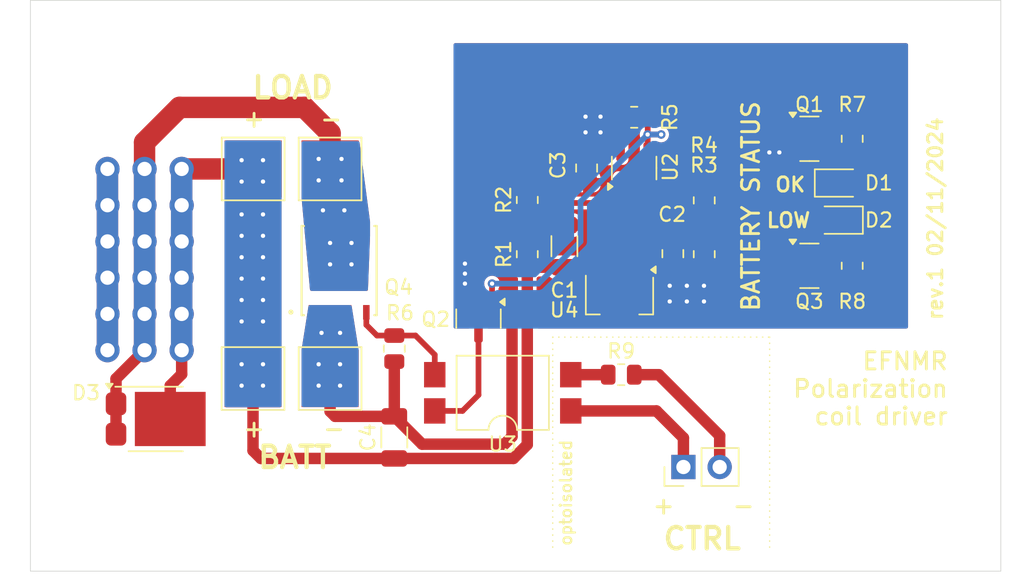
<source format=kicad_pcb>
(kicad_pcb (version 20240108) (generator "pcbnew") (generator_version "8.0")
  (layers (0 "F.Cu" signal) (31 "B.Cu" signal) (34 "B.Paste" user) (35 "F.Paste" user) (36 "B.SilkS" user "B.Silkscreen") (37 "F.SilkS" user "F.Silkscreen") (38 "B.Mask" user) (39 "F.Mask" user) (44 "Edge.Cuts" user))
  (net 0 "")
  (net 1 "BATTERY+")
  (net 2 "BATTERY-")
  (net 3 "+9V")
  (net 4 "BAT_REF")
  (net 5 "+4V5")
  (net 6 "V_DISABLE")
  (net 7 "Net-(Q2-D)")
  (net 8 "GATE_DRIVE")
  (net 9 "Net-(D1-A)")
  (net 10 "Net-(D2-K)")
  (net 11 "Net-(Q1-D)")
  (net 12 "Net-(Q3-D)")
  (net 13 "Net-(R9-Pad1)")
  (net 14 "Net-(J1-Pin_2)")
  (net 15 "Net-(J1-Pin_1)")
  (net 16 "Net-(J3-Pin_1)")
  (net 17 "Net-(J4-Pin_1)")
  (footprint "MountingHole:MountingHole_2.7mm_M2.5" (layer "F.Cu") (at 126.5 103.5)
    (property "Reference" "H3" (hide yes))
    (property "Value" "MountingHole")
    (pad "" np_thru_hole circle (at 0 0) (size 2.7 2.7) (drill 2.7) (layers "*.Cu" "*.Mask"))
  )
  (footprint "Connector_PinHeader_2.54mm:PinHeader_1x06_P2.54mm_Vertical" (layer "F.Cu") (at 105.4 111.813245)
    (property "Reference" "J4" (hide yes))
    (property "Value" "Conn_01x06_Socket")
    (pad "1" thru_hole circle (at 0 0) (size 1.7 1.7) (drill 1) (layers "*.Cu" "*.Mask") (net 17 "Net-(J4-Pin_1)"))
    (pad "2" thru_hole oval (at 0 2.54) (size 1.7 1.7) (drill 1) (layers "*.Cu" "*.Mask") (net 17 "Net-(J4-Pin_1)"))
    (pad "3" thru_hole oval (at 0 5.08) (size 1.7 1.7) (drill 1) (layers "*.Cu" "*.Mask") (net 17 "Net-(J4-Pin_1)"))
    (pad "4" thru_hole oval (at 0 7.62) (size 1.7 1.7) (drill 1) (layers "*.Cu" "*.Mask") (net 17 "Net-(J4-Pin_1)"))
    (pad "5" thru_hole oval (at 0 10.16) (size 1.7 1.7) (drill 1) (layers "*.Cu" "*.Mask") (net 17 "Net-(J4-Pin_1)"))
    (pad "6" thru_hole oval (at 0 12.7) (size 1.7 1.7) (drill 1) (layers "*.Cu" "*.Mask") (net 17 "Net-(J4-Pin_1)"))
  )
  (footprint "Package_TO_SOT_SMD:SOT-23" (layer "F.Cu") (at 154.5875 118.6)
    (property "Reference" "Q3" (at 0 2.5 0) (layer "F.SilkS"))
    (property "Value" "2N7002")
    (fp_line (start 0 -1.56) (end -0.65 -1.56) (stroke (width 0.12)) (layer "F.SilkS"))
    (fp_line (start 0 -1.56) (end 0.65 -1.56) (stroke (width 0.12)) (layer "F.SilkS"))
    (fp_line (start 0 1.56) (end -0.65 1.56) (stroke (width 0.12)) (layer "F.SilkS"))
    (fp_line (start 0 1.56) (end 0.65 1.56) (stroke (width 0.12)) (layer "F.SilkS"))
    (fp_poly (pts (xy -1.1625 -1.51) (xy -1.4025 -1.84) (xy -0.9225 -1.84) (xy -1.1625 -1.51)) (stroke (width 0.12)) (fill solid) (layer "F.SilkS"))
    (pad "1" smd roundrect (at -0.9375 -0.95) (size 1.475 0.6) (layers "F.Cu" "F.Paste" "F.Mask") (net 6 "V_DISABLE"))
    (pad "2" smd roundrect (at -0.9375 0.95) (size 1.475 0.6) (layers "F.Cu" "F.Paste" "F.Mask") (net 2 "BATTERY-"))
    (pad "3" smd roundrect (at 0.9375 0) (size 1.475 0.6) (layers "F.Cu" "F.Paste" "F.Mask") (net 12 "Net-(Q3-D)"))
  )
  (footprint "Package_TO_SOT_SMD:Nexperia_CFP15_SOT-1289" (layer "F.Cu") (at 108.78 129.335)
    (property "Reference" "D3" (at -4.88 -1.835 0) (layer "F.SilkS"))
    (property "Value" "PMEG045T150EIPD")
    (fp_line (start 1.9 -2.26) (end -2.83 -2.26) (stroke (width 0.12)) (layer "F.SilkS"))
    (fp_line (start 1.9 2.26) (end -1.9 2.26) (stroke (width 0.12)) (layer "F.SilkS"))
    (fp_poly (pts (xy -3.25 -2.14) (xy -3.01 -2.47) (xy -3.49 -2.47) (xy -3.25 -2.14)) (stroke (width 0.12)) (fill solid) (layer "F.SilkS"))
    (pad "1" smd roundrect (at -2.78 -1.065 180) (size 1.44 1.6) (layers "F.Cu" "F.Paste" "F.Mask") (net 16 "Net-(J3-Pin_1)"))
    (pad "2" smd roundrect (at -2.78 1.065 180) (size 1.44 1.6) (layers "F.Cu" "F.Paste" "F.Mask") (net 16 "Net-(J3-Pin_1)"))
    (pad "3" smd rect (at 1.02 0 180) (size 4.96 3.8) (layers "F.Cu" "F.Mask") (net 1 "BATTERY+"))
  )
  (footprint "MountingHole:MountingHole_2.7mm_M2.5" (layer "F.Cu") (at 103.5 136.5)
    (property "Reference" "H2" (hide yes))
    (property "Value" "MountingHole")
    (pad "" np_thru_hole circle (at 0 0) (size 2.7 2.7) (drill 2.7) (layers "*.Cu" "*.Mask"))
  )
  (footprint "Package_DIP:SMDIP-4_W9.53mm_Clearance8mm" (layer "F.Cu") (at 133.1 127.5 180)
    (property "Reference" "U3" (at 0 -3.6 180) (layer "F.SilkS"))
    (property "Value" "SFH617A-3X017T")
    (fp_line (start 3.235 2.6) (end 3.235 -2.6) (stroke (width 0.12)) (layer "F.SilkS"))
    (fp_line (start 3.235 -2.6) (end 1 -2.6) (stroke (width 0.12)) (layer "F.SilkS"))
    (fp_line (start -1 -2.6) (end -3.235 -2.6) (stroke (width 0.12)) (layer "F.SilkS"))
    (fp_line (start -3.235 2.6) (end 3.235 2.6) (stroke (width 0.12)) (layer "F.SilkS"))
    (fp_line (start -3.235 -2.6) (end -3.235 2.6) (stroke (width 0.12)) (layer "F.SilkS"))
    (fp_arc (start 1 -2.6) (mid 0 -1.6) (end -1 -2.6) (stroke (width 0.12)) (layer "F.SilkS"))
    (pad "1" smd rect (at -4.765 -1.27 180) (size 1.5 1.78) (layers "F.Cu" "F.Paste" "F.Mask") (net 15 "Net-(J1-Pin_1)"))
    (pad "2" smd rect (at -4.765 1.27 180) (size 1.5 1.78) (layers "F.Cu" "F.Paste" "F.Mask") (net 13 "Net-(R9-Pad1)"))
    (pad "3" smd rect (at 4.765 1.27 180) (size 1.5 1.78) (layers "F.Cu" "F.Paste" "F.Mask") (net 8 "GATE_DRIVE"))
    (pad "4" smd rect (at 4.765 -1.27 180) (size 1.5 1.78) (layers "F.Cu" "F.Paste" "F.Mask") (net 7 "Net-(Q2-D)"))
  )
  (footprint "MountingHole:MountingHole_2.7mm_M2.5" (layer "F.Cu") (at 164.5 136.5)
    (property "Reference" "H4" (hide yes))
    (property "Value" "MountingHole")
    (pad "" np_thru_hole circle (at 0 0) (size 2.7 2.7) (drill 2.7) (layers "*.Cu" "*.Mask"))
  )
  (footprint "Resistor_SMD:R_0805_2012Metric" (layer "F.Cu") (at 157.5875 118.6 -90)
    (property "Reference" "R8" (at 2.5 0 180) (layer "F.SilkS"))
    (property "Value" "10k 125mW 1%")
    (fp_line (start -0.227064 0.735) (end 0.227064 0.735) (stroke (width 0.12)) (layer "F.SilkS"))
    (fp_line (start -0.227064 -0.735) (end 0.227064 -0.735) (stroke (width 0.12)) (layer "F.SilkS"))
    (pad "1" smd roundrect (at -0.9125 0 270) (size 1.025 1.4) (layers "F.Cu" "F.Paste" "F.Mask") (roundrect_rratio 0.243902) (net 10 "Net-(D2-K)"))
    (pad "2" smd roundrect (at 0.9125 0 270) (size 1.025 1.4) (layers "F.Cu" "F.Paste" "F.Mask") (roundrect_rratio 0.243902) (net 12 "Net-(Q3-D)"))
  )
  (footprint "MountingHole:MountingHole_2.7mm_M2.5" (layer "F.Cu") (at 103.5 103.5)
    (property "Reference" "H1" (hide yes))
    (property "Value" "MountingHole")
    (pad "" np_thru_hole circle (at 0 0) (size 2.7 2.7) (drill 2.7) (layers "*.Cu" "*.Mask"))
  )
  (footprint "Resistor_SMD:R_0805_2012Metric" (layer "F.Cu") (at 125.5 124.4 -90)
    (property "Reference" "R6" (at -2.5 -0.4 180) (layer "F.SilkS"))
    (property "Value" "10k 125mW 1%")
    (fp_line (start -0.227064 0.735) (end 0.227064 0.735) (stroke (width 0.12)) (layer "F.SilkS"))
    (fp_line (start -0.227064 -0.735) (end 0.227064 -0.735) (stroke (width 0.12)) (layer "F.SilkS"))
    (pad "1" smd roundrect (at -0.9125 0 270) (size 1.025 1.4) (layers "F.Cu" "F.Paste" "F.Mask") (roundrect_rratio 0.243902) (net 8 "GATE_DRIVE"))
    (pad "2" smd roundrect (at 0.9125 0 270) (size 1.025 1.4) (layers "F.Cu" "F.Paste" "F.Mask") (roundrect_rratio 0.243902) (net 2 "BATTERY-"))
  )
  (footprint "Connector_PinHeader_2.54mm:PinHeader_1x06_P2.54mm_Vertical" (layer "F.Cu") (at 108 111.813245)
    (property "Reference" "J3" (hide yes))
    (property "Value" "Conn_01x06_Socket")
    (pad "1" thru_hole circle (at 0 0) (size 1.7 1.7) (drill 1) (layers "*.Cu" "*.Mask") (net 16 "Net-(J3-Pin_1)"))
    (pad "2" thru_hole oval (at 0 2.54) (size 1.7 1.7) (drill 1) (layers "*.Cu" "*.Mask") (net 16 "Net-(J3-Pin_1)"))
    (pad "3" thru_hole oval (at 0 5.08) (size 1.7 1.7) (drill 1) (layers "*.Cu" "*.Mask") (net 16 "Net-(J3-Pin_1)"))
    (pad "4" thru_hole oval (at 0 7.62) (size 1.7 1.7) (drill 1) (layers "*.Cu" "*.Mask") (net 16 "Net-(J3-Pin_1)"))
    (pad "5" thru_hole oval (at 0 10.16) (size 1.7 1.7) (drill 1) (layers "*.Cu" "*.Mask") (net 16 "Net-(J3-Pin_1)"))
    (pad "6" thru_hole oval (at 0 12.7) (size 1.7 1.7) (drill 1) (layers "*.Cu" "*.Mask") (net 16 "Net-(J3-Pin_1)"))
  )
  (footprint "MountingHole:MountingHole_2.7mm_M2.5" (layer "F.Cu") (at 126.5 136.5)
    (property "Reference" "H5" (hide yes))
    (property "Value" "MountingHole")
    (pad "" np_thru_hole circle (at 0 0) (size 2.7 2.7) (drill 2.7) (layers "*.Cu" "*.Mask"))
  )
  (footprint "TestPoint:TestPoint_Pad_4.0x4.0mm" (layer "F.Cu") (at 121 111.813245)
    (property "Reference" "TP4" (hide yes))
    (property "Value" "TestPoint")
    (fp_line (start -2.2 -2.2) (end 2.2 -2.2) (stroke (width 0.12)) (layer "F.SilkS"))
    (fp_line (start -2.2 2.2) (end -2.2 -2.2) (stroke (width 0.12)) (layer "F.SilkS"))
    (fp_line (start 2.2 -2.2) (end 2.2 2.2) (stroke (width 0.12)) (layer "F.SilkS"))
    (fp_line (start 2.2 2.2) (end -2.2 2.2) (stroke (width 0.12)) (layer "F.SilkS"))
    (pad "1" smd rect (at 0 0) (size 4 4) (layers "F.Cu" "F.Mask") (net 16 "Net-(J3-Pin_1)") (thermal_bridge_width 2))
  )
  (footprint "MountingHole:MountingHole_2.7mm_M2.5" (layer "F.Cu") (at 164.5 103.5)
    (property "Reference" "H8" (hide yes))
    (property "Value" "MountingHole")
    (pad "" np_thru_hole circle (at 0 0) (size 2.7 2.7) (drill 2.7) (layers "*.Cu" "*.Mask"))
  )
  (footprint "Package_TO_SOT_SMD:SOT-23-5" (layer "F.Cu") (at 142.306606 111.75 90)
    (property "Reference" "U2" (at 0.064297 2.533424 -90) (layer "F.SilkS"))
    (property "Value" "TL331")
    (fp_line (start 0 -1.56) (end 0.8 -1.56) (stroke (width 0.12)) (layer "F.SilkS"))
    (fp_line (start 0 -1.56) (end -0.8 -1.56) (stroke (width 0.12)) (layer "F.SilkS"))
    (fp_line (start 0 1.56) (end 0.8 1.56) (stroke (width 0.12)) (layer "F.SilkS"))
    (fp_line (start 0 1.56) (end -0.8 1.56) (stroke (width 0.12)) (layer "F.SilkS"))
    (fp_poly (pts (xy -1.3 -1.51) (xy -1.54 -1.84) (xy -1.06 -1.84) (xy -1.3 -1.51)) (stroke (width 0.12)) (fill solid) (layer "F.SilkS"))
    (pad "1" smd roundrect (at -1.1375 -0.95 90) (size 1.325 0.6) (layers "F.Cu" "F.Paste" "F.Mask") (net 4 "BAT_REF"))
    (pad "2" smd roundrect (at -1.1375 0 90) (size 1.325 0.6) (layers "F.Cu" "F.Paste" "F.Mask") (net 2 "BATTERY-"))
    (pad "3" smd roundrect (at -1.1375 0.95 90) (size 1.325 0.6) (layers "F.Cu" "F.Paste" "F.Mask") (net 5 "+4V5"))
    (pad "4" smd roundrect (at 1.1375 0.95 90) (size 1.325 0.6) (layers "F.Cu" "F.Paste" "F.Mask") (net 6 "V_DISABLE"))
    (pad "5" smd roundrect (at 1.1375 -0.95 90) (size 1.325 0.6) (layers "F.Cu" "F.Paste" "F.Mask") (net 3 "+9V"))
  )
  (footprint "TestPoint:TestPoint_Pad_4.0x4.0mm" (layer "F.Cu") (at 115.6 126.5)
    (property "Reference" "TP1" (hide yes))
    (property "Value" "TestPoint")
    (fp_line (start -2.2 -2.2) (end 2.2 -2.2) (stroke (width 0.12)) (layer "F.SilkS"))
    (fp_line (start -2.2 2.2) (end -2.2 -2.2) (stroke (width 0.12)) (layer "F.SilkS"))
    (fp_line (start 2.2 -2.2) (end 2.2 2.2) (stroke (width 0.12)) (layer "F.SilkS"))
    (fp_line (start 2.2 2.2) (end -2.2 2.2) (stroke (width 0.12)) (layer "F.SilkS"))
    (pad "1" smd rect (at 0 0) (size 4 4) (layers "F.Cu" "F.Mask") (net 1 "BATTERY+"))
  )
  (footprint "Resistor_SMD:R_0805_2012Metric" (layer "F.Cu") (at 134.81875 113.9875 90)
    (property "Reference" "R2" (at 0 -1.65 -90) (layer "F.SilkS"))
    (property "Value" "4k7 125mW 5%")
    (fp_line (start -0.227064 -0.735) (end 0.227064 -0.735) (stroke (width 0.12)) (layer "F.SilkS"))
    (fp_line (start -0.227064 0.735) (end 0.227064 0.735) (stroke (width 0.12)) (layer "F.SilkS"))
    (pad "1" smd roundrect (at -0.9125 0 90) (size 1.025 1.4) (layers "F.Cu" "F.Paste" "F.Mask") (roundrect_rratio 0.243902) (net 4 "BAT_REF"))
    (pad "2" smd roundrect (at 0.9125 0 90) (size 1.025 1.4) (layers "F.Cu" "F.Paste" "F.Mask") (roundrect_rratio 0.243902) (net 2 "BATTERY-"))
  )
  (footprint "Package_TO_SOT_SMD:SOT-23" (layer "F.Cu") (at 131.4 122.3 -90)
    (property "Reference" "Q2" (at 0.05 3 180) (layer "F.SilkS"))
    (property "Value" "BSS84")
    (fp_line (start 0 1.56) (end -0.65 1.56) (stroke (width 0.12)) (layer "F.SilkS"))
    (fp_line (start 0 1.56) (end 0.65 1.56) (stroke (width 0.12)) (layer "F.SilkS"))
    (fp_line (start 0 -1.56) (end -0.65 -1.56) (stroke (width 0.12)) (layer "F.SilkS"))
    (fp_line (start 0 -1.56) (end 0.65 -1.56) (stroke (width 0.12)) (layer "F.SilkS"))
    (fp_poly (pts (xy -1.1625 -1.51) (xy -1.4025 -1.84) (xy -0.9225 -1.84) (xy -1.1625 -1.51)) (stroke (width 0.12)) (fill solid) (layer "F.SilkS"))
    (pad "1" smd roundrect (at -0.9375 -0.95 270) (size 1.475 0.6) (layers "F.Cu" "F.Paste" "F.Mask") (net 6 "V_DISABLE"))
    (pad "2" smd roundrect (at -0.9375 0.95 270) (size 1.475 0.6) (layers "F.Cu" "F.Paste" "F.Mask") (net 3 "+9V"))
    (pad "3" smd roundrect (at 0.9375 0 270) (size 1.475 0.6) (layers "F.Cu" "F.Paste" "F.Mask") (net 7 "Net-(Q2-D)"))
  )
  (footprint "Package_TO_SOT_SMD:SOT-23" (layer "F.Cu") (at 154.5875 109.7)
    (property "Reference" "Q1" (at 0 -2.4 0) (layer "F.SilkS"))
    (property "Value" "BSS84")
    (fp_line (start 0 -1.56) (end -0.65 -1.56) (stroke (width 0.12)) (layer "F.SilkS"))
    (fp_line (start 0 -1.56) (end 0.65 -1.56) (stroke (width 0.12)) (layer "F.SilkS"))
    (fp_line (start 0 1.56) (end -0.65 1.56) (stroke (width 0.12)) (layer "F.SilkS"))
    (fp_line (start 0 1.56) (end 0.65 1.56) (stroke (width 0.12)) (layer "F.SilkS"))
    (fp_poly (pts (xy -1.1625 -1.51) (xy -1.4025 -1.84) (xy -0.9225 -1.84) (xy -1.1625 -1.51)) (stroke (width 0.12)) (fill solid) (layer "F.SilkS"))
    (pad "1" smd roundrect (at -0.9375 -0.95) (size 1.475 0.6) (layers "F.Cu" "F.Paste" "F.Mask") (net 6 "V_DISABLE"))
    (pad "2" smd roundrect (at -0.9375 0.95) (size 1.475 0.6) (layers "F.Cu" "F.Paste" "F.Mask") (net 3 "+9V"))
    (pad "3" smd roundrect (at 0.9375 0) (size 1.475 0.6) (layers "F.Cu" "F.Paste" "F.Mask") (net 11 "Net-(Q1-D)"))
  )
  (footprint "Resistor_SMD:R_0805_2012Metric" (layer "F.Cu") (at 134.81875 117.7875 90)
    (property "Reference" "R1" (at 0 -1.65 -90) (layer "F.SilkS"))
    (property "Value" "10k 125mW 1%")
    (fp_line (start -0.227064 -0.735) (end 0.227064 -0.735) (stroke (width 0.12)) (layer "F.SilkS"))
    (fp_line (start -0.227064 0.735) (end 0.227064 0.735) (stroke (width 0.12)) (layer "F.SilkS"))
    (pad "1" smd roundrect (at -0.9125 0 90) (size 1.025 1.4) (layers "F.Cu" "F.Paste" "F.Mask") (roundrect_rratio 0.243902) (net 1 "BATTERY+"))
    (pad "2" smd roundrect (at 0.9125 0 90) (size 1.025 1.4) (layers "F.Cu" "F.Paste" "F.Mask") (roundrect_rratio 0.243902) (net 4 "BAT_REF"))
  )
  (footprint "Connector_PinHeader_2.54mm:PinHeader_1x02_P2.54mm_Vertical" (layer "F.Cu") (at 145.76 132.7 90)
    (property "Reference" "J1" (hide yes))
    (property "Value" "Conn_01x02")
    (fp_line (start -1.33 -1.33) (end 0 -1.33) (stroke (width 0.12)) (layer "F.SilkS"))
    (fp_line (start -1.33 0) (end -1.33 -1.33) (stroke (width 0.12)) (layer "F.SilkS"))
    (fp_line (start 1.33 1.27) (end 1.33 3.87) (stroke (width 0.12)) (layer "F.SilkS"))
    (fp_line (start -1.33 1.27) (end 1.33 1.27) (stroke (width 0.12)) (layer "F.SilkS"))
    (fp_line (start -1.33 1.27) (end -1.33 3.87) (stroke (width 0.12)) (layer "F.SilkS"))
    (fp_line (start -1.33 3.87) (end 1.33 3.87) (stroke (width 0.12)) (layer "F.SilkS"))
    (pad "1" thru_hole rect (at 0 0 90) (size 1.7 1.7) (drill 1) (layers "*.Cu" "*.Mask") (net 15 "Net-(J1-Pin_1)"))
    (pad "2" thru_hole oval (at 0 2.54 90) (size 1.7 1.7) (drill 1) (layers "*.Cu" "*.Mask") (net 14 "Net-(J1-Pin_2)"))
  )
  (footprint "Capacitor_SMD:C_1206_3216Metric" (layer "F.Cu") (at 137.41875 117.225 90)
    (property "Reference" "C1" (at -3.090937 0 0) (layer "F.SilkS"))
    (property "Value" "330n 25V X7R")
    (fp_line (start -0.711252 -0.91) (end 0.711252 -0.91) (stroke (width 0.12)) (layer "F.SilkS"))
    (fp_line (start -0.711252 0.91) (end 0.711252 0.91) (stroke (width 0.12)) (layer "F.SilkS"))
    (pad "1" smd roundrect (at -1.475 0 90) (size 1.15 1.8) (layers "F.Cu" "F.Paste" "F.Mask") (roundrect_rratio 0.217391) (net 1 "BATTERY+"))
    (pad "2" smd roundrect (at 1.475 0 90) (size 1.15 1.8) (layers "F.Cu" "F.Paste" "F.Mask") (roundrect_rratio 0.217391) (net 2 "BATTERY-"))
  )
  (footprint "Capacitor_SMD:C_1206_3216Metric" (layer "F.Cu") (at 125.5 130.625 90)
    (property "Reference" "C4" (at 0 -1.85 -90) (layer "F.SilkS"))
    (property "Value" "10u 50V X5R")
    (fp_line (start -0.711252 -0.91) (end 0.711252 -0.91) (stroke (width 0.12)) (layer "F.SilkS"))
    (fp_line (start -0.711252 0.91) (end 0.711252 0.91) (stroke (width 0.12)) (layer "F.SilkS"))
    (pad "1" smd roundrect (at -1.475 0 90) (size 1.15 1.8) (layers "F.Cu" "F.Paste" "F.Mask") (roundrect_rratio 0.217391) (net 1 "BATTERY+"))
    (pad "2" smd roundrect (at 1.475 0 90) (size 1.15 1.8) (layers "F.Cu" "F.Paste" "F.Mask") (roundrect_rratio 0.217391) (net 2 "BATTERY-"))
  )
  (footprint "MountingHole:MountingHole_2.7mm_M2.5" (layer "F.Cu") (at 110 136.5)
    (property "Reference" "H7" (hide yes))
    (property "Value" "MountingHole")
    (pad "" np_thru_hole circle (at 0 0) (size 2.7 2.7) (drill 2.7) (layers "*.Cu" "*.Mask"))
  )
  (footprint "LED_SMD:LED_0805_2012Metric" (layer "F.Cu") (at 156.65 115.4 180)
    (property "Reference" "D2" (at -2.8 0 180) (layer "F.SilkS"))
    (property "Value" "RED LED")
    (fp_line (start 1 -0.96) (end -1.685 -0.96) (stroke (width 0.12)) (layer "F.SilkS"))
    (fp_line (start -1.685 0.96) (end 1 0.96) (stroke (width 0.12)) (layer "F.SilkS"))
    (fp_line (start -1.685 -0.96) (end -1.685 0.96) (stroke (width 0.12)) (layer "F.SilkS"))
    (pad "1" smd roundrect (at -0.9375 0 180) (size 0.975 1.4) (layers "F.Cu" "F.Paste" "F.Mask") (net 10 "Net-(D2-K)"))
    (pad "2" smd roundrect (at 0.9375 0 180) (size 0.975 1.4) (layers "F.Cu" "F.Paste" "F.Mask") (net 3 "+9V"))
  )
  (footprint "Resistor_SMD:R_0805_2012Metric" (layer "F.Cu") (at 157.5875 109.7 -90)
    (property "Reference" "R7" (at -2.4 0 180) (layer "F.SilkS"))
    (property "Value" "10k 125mW 1%")
    (fp_line (start -0.227064 0.735) (end 0.227064 0.735) (stroke (width 0.12)) (layer "F.SilkS"))
    (fp_line (start -0.227064 -0.735) (end 0.227064 -0.735) (stroke (width 0.12)) (layer "F.SilkS"))
    (pad "1" smd roundrect (at -0.9125 0 270) (size 1.025 1.4) (layers "F.Cu" "F.Paste" "F.Mask") (roundrect_rratio 0.243902) (net 11 "Net-(Q1-D)"))
    (pad "2" smd roundrect (at 0.9125 0 270) (size 1.025 1.4) (layers "F.Cu" "F.Paste" "F.Mask") (roundrect_rratio 0.243902) (net 9 "Net-(D1-A)"))
  )
  (footprint "Resistor_SMD:R_0805_2012Metric" (layer "F.Cu") (at 147.21875 114.015937 90)
    (property "Reference" "R4" (at 3.865937 -0.01875 0) (layer "F.SilkS"))
    (property "Value" "10k 125mW 1%")
    (fp_line (start -0.227064 -0.735) (end 0.227064 -0.735) (stroke (width 0.12)) (layer "F.SilkS"))
    (fp_line (start -0.227064 0.735) (end 0.227064 0.735) (stroke (width 0.12)) (layer "F.SilkS"))
    (pad "1" smd roundrect (at -0.9125 0 90) (size 1.025 1.4) (layers "F.Cu" "F.Paste" "F.Mask") (roundrect_rratio 0.243902) (net 5 "+4V5"))
    (pad "2" smd roundrect (at 0.9125 0 90) (size 1.025 1.4) (layers "F.Cu" "F.Paste" "F.Mask") (roundrect_rratio 0.243902) (net 2 "BATTERY-"))
  )
  (footprint "Resistor_SMD:R_0805_2012Metric" (layer "F.Cu") (at 141.4 126.23)
    (property "Reference" "R9" (at 0 -1.65 0) (layer "F.SilkS"))
    (property "Value" "560R 125mW 0.1%")
    (fp_line (start -0.227064 -0.735) (end 0.227064 -0.735) (stroke (width 0.12)) (layer "F.SilkS"))
    (fp_line (start -0.227064 0.735) (end 0.227064 0.735) (stroke (width 0.12)) (layer "F.SilkS"))
    (pad "1" smd roundrect (at -0.9125 0) (size 1.025 1.4) (layers "F.Cu" "F.Paste" "F.Mask") (roundrect_rratio 0.243902) (net 13 "Net-(R9-Pad1)"))
    (pad "2" smd roundrect (at 0.9125 0) (size 1.025 1.4) (layers "F.Cu" "F.Paste" "F.Mask") (roundrect_rratio 0.243902) (net 14 "Net-(J1-Pin_2)"))
  )
  (footprint "Capacitor_SMD:C_0805_2012Metric" (layer "F.Cu") (at 145.01875 117.75 90)
    (property "Reference" "C2" (at 2.75 -0.051702 0) (layer "F.SilkS"))
    (property "Value" "100n 25V X7R")
    (fp_line (start -0.261252 -0.735) (end 0.261252 -0.735) (stroke (width 0.12)) (layer "F.SilkS"))
    (fp_line (start -0.261252 0.735) (end 0.261252 0.735) (stroke (width 0.12)) (layer "F.SilkS"))
    (pad "1" smd roundrect (at -0.95 0 90) (size 1 1.45) (layers "F.Cu" "F.Paste" "F.Mask") (net 3 "+9V"))
    (pad "2" smd roundrect (at 0.95 0 90) (size 1 1.45) (layers "F.Cu" "F.Paste" "F.Mask") (net 2 "BATTERY-"))
  )
  (footprint "TestPoint:TestPoint_Pad_4.0x4.0mm" (layer "F.Cu") (at 121 126.5)
    (property "Reference" "TP2" (hide yes))
    (property "Value" "TestPoint")
    (fp_line (start -2.2 -2.2) (end 2.2 -2.2) (stroke (width 0.12)) (layer "F.SilkS"))
    (fp_line (start -2.2 2.2) (end -2.2 -2.2) (stroke (width 0.12)) (layer "F.SilkS"))
    (fp_line (start 2.2 -2.2) (end 2.2 2.2) (stroke (width 0.12)) (layer "F.SilkS"))
    (fp_line (start 2.2 2.2) (end -2.2 2.2) (stroke (width 0.12)) (layer "F.SilkS"))
    (pad "1" smd rect (at 0 0) (size 4 4) (layers "F.Cu" "F.Mask") (net 2 "BATTERY-") (thermal_bridge_width 2))
  )
  (footprint "Connector_PinHeader_2.54mm:PinHeader_1x06_P2.54mm_Vertical" (layer "F.Cu") (at 110.6 111.813245)
    (property "Reference" "J2" (hide yes))
    (property "Value" "Conn_01x06_Socket")
    (pad "1" thru_hole circle (at 0 0) (size 1.7 1.7) (drill 1) (layers "*.Cu" "*.Mask") (net 1 "BATTERY+"))
    (pad "2" thru_hole oval (at 0 2.54) (size 1.7 1.7) (drill 1) (layers "*.Cu" "*.Mask") (net 1 "BATTERY+"))
    (pad "3" thru_hole oval (at 0 5.08) (size 1.7 1.7) (drill 1) (layers "*.Cu" "*.Mask") (net 1 "BATTERY+"))
    (pad "4" thru_hole oval (at 0 7.62) (size 1.7 1.7) (drill 1) (layers "*.Cu" "*.Mask") (net 1 "BATTERY+"))
    (pad "5" thru_hole oval (at 0 10.16) (size 1.7 1.7) (drill 1) (layers "*.Cu" "*.Mask") (net 1 "BATTERY+"))
    (pad "6" thru_hole oval (at 0 12.7) (size 1.7 1.7) (drill 1) (layers "*.Cu" "*.Mask") (net 1 "BATTERY+"))
  )
  (footprint "Capacitor_SMD:C_0805_2012Metric" (layer "F.Cu") (at 138.975852 111.75 -90)
    (property "Reference" "C3" (at -0.1929 2.009382 90) (layer "F.SilkS"))
    (property "Value" "100n 25V X7R")
    (fp_line (start -0.261252 0.735) (end 0.261252 0.735) (stroke (width 0.12)) (layer "F.SilkS"))
    (fp_line (start -0.261252 -0.735) (end 0.261252 -0.735) (stroke (width 0.12)) (layer "F.SilkS"))
    (pad "1" smd roundrect (at -0.95 0 270) (size 1 1.45) (layers "F.Cu" "F.Paste" "F.Mask") (net 3 "+9V"))
    (pad "2" smd roundrect (at 0.95 0 270) (size 1 1.45) (layers "F.Cu" "F.Paste" "F.Mask") (net 2 "BATTERY-"))
  )
  (footprint "LED_SMD:LED_0805_2012Metric" (layer "F.Cu") (at 156.65 112.8)
    (property "Reference" "D1" (at 2.8 0 0) (layer "F.SilkS"))
    (property "Value" "GREEN LED")
    (fp_line (start -1.685 -0.96) (end -1.685 0.96) (stroke (width 0.12)) (layer "F.SilkS"))
    (fp_line (start -1.685 0.96) (end 1 0.96) (stroke (width 0.12)) (layer "F.SilkS"))
    (fp_line (start 1 -0.96) (end -1.685 -0.96) (stroke (width 0.12)) (layer "F.SilkS"))
    (pad "1" smd roundrect (at -0.9375 0) (size 0.975 1.4) (layers "F.Cu" "F.Paste" "F.Mask") (net 2 "BATTERY-"))
    (pad "2" smd roundrect (at 0.9375 0) (size 0.975 1.4) (layers "F.Cu" "F.Paste" "F.Mask") (net 9 "Net-(D1-A)"))
  )
  (footprint "TestPoint:TestPoint_Pad_4.0x4.0mm" (layer "F.Cu") (at 115.61 111.813245)
    (property "Reference" "TP3" (hide yes))
    (property "Value" "TestPoint")
    (fp_line (start -2.2 -2.2) (end 2.2 -2.2) (stroke (width 0.12)) (layer "F.SilkS"))
    (fp_line (start -2.2 2.2) (end -2.2 -2.2) (stroke (width 0.12)) (layer "F.SilkS"))
    (fp_line (start 2.2 -2.2) (end 2.2 2.2) (stroke (width 0.12)) (layer "F.SilkS"))
    (fp_line (start 2.2 2.2) (end -2.2 2.2) (stroke (width 0.12)) (layer "F.SilkS"))
    (pad "1" smd rect (at 0 0) (size 4 4) (layers "F.Cu" "F.Mask") (net 1 "BATTERY+"))
  )
  (footprint "Resistor_SMD:R_0805_2012Metric" (layer "F.Cu") (at 147.21875 117.7875 90)
    (property "Reference" "R3" (at 6.2375 -0.01875 0) (layer "F.SilkS"))
    (property "Value" "10k 125mW 1%")
    (fp_line (start -0.227064 -0.735) (end 0.227064 -0.735) (stroke (width 0.12)) (layer "F.SilkS"))
    (fp_line (start -0.227064 0.735) (end 0.227064 0.735) (stroke (width 0.12)) (layer "F.SilkS"))
    (pad "1" smd roundrect (at -0.9125 0 90) (size 1.025 1.4) (layers "F.Cu" "F.Paste" "F.Mask") (roundrect_rratio 0.243902) (net 3 "+9V"))
    (pad "2" smd roundrect (at 0.9125 0 90) (size 1.025 1.4) (layers "F.Cu" "F.Paste" "F.Mask") (roundrect_rratio 0.243902) (net 5 "+4V5"))
  )
  (footprint "MountingHole:MountingHole_2.7mm_M2.5" (layer "F.Cu") (at 110 103.5)
    (property "Reference" "H6" (hide yes))
    (property "Value" "MountingHole")
    (pad "" np_thru_hole circle (at 0 0) (size 2.7 2.7) (drill 2.7) (layers "*.Cu" "*.Mask"))
  )
  (footprint "Resistor_SMD:R_0805_2012Metric" (layer "F.Cu") (at 142.308811 108.191189)
    (property "Reference" "R5" (at 2.5 0 90) (layer "F.SilkS"))
    (property "Value" "10k 125mW 1%")
    (fp_line (start -0.227064 -0.735) (end 0.227064 -0.735) (stroke (width 0.12)) (layer "F.SilkS"))
    (fp_line (start -0.227064 0.735) (end 0.227064 0.735) (stroke (width 0.12)) (layer "F.SilkS"))
    (pad "1" smd roundrect (at -0.9125 0) (size 1.025 1.4) (layers "F.Cu" "F.Paste" "F.Mask") (roundrect_rratio 0.243902) (net 3 "+9V"))
    (pad "2" smd roundrect (at 0.9125 0) (size 1.025 1.4) (layers "F.Cu" "F.Paste" "F.Mask") (roundrect_rratio 0.243902) (net 6 "V_DISABLE"))
  )
  (footprint "Transformer_SMD:SI7469ADP-T1-RE3_VIS" (layer "F.Cu") (at 121.635 118.935045 90)
    (property "Reference" "Q4" (at -1.164955 4.165 0) (layer "F.SilkS"))
    (property "Value" "SIR638ADP-T1-RE3")
    (fp_line (start 3.1242 -2.6289) (end -3.1242 -2.6289) (stroke (width 0.1524)) (layer "F.SilkS"))
    (fp_line (start -3.1242 -2.6289) (end -3.1242 -2.46634) (stroke (width 0.1524)) (layer "F.SilkS"))
    (fp_line (start 3.1242 -2.46634) (end 3.1242 -2.6289) (stroke (width 0.1524)) (layer "F.SilkS"))
    (fp_line (start -3.1242 2.46634) (end -3.1242 2.6289) (stroke (width 0.1524)) (layer "F.SilkS"))
    (fp_line (start 3.1242 2.6289) (end 3.1242 2.46634) (stroke (width 0.1524)) (layer "F.SilkS"))
    (fp_line (start -3.1242 2.6289) (end 3.1242 2.6289) (stroke (width 0.1524)) (layer "F.SilkS"))
    (fp_circle (center -2.91 -3.38) (end -2.8084 -3.38) (stroke (width 0.1524)) (fill none) (layer "F.SilkS"))
    (pad "1" smd rect (at -2.9218 -1.905 90) (size 1.016 0.4572) (layers "F.Cu" "F.Paste" "F.Mask") (net 2 "BATTERY-"))
    (pad "2" smd rect (at -2.9218 -0.635 90) (size 1.016 0.4572) (layers "F.Cu" "F.Paste" "F.Mask") (net 2 "BATTERY-"))
    (pad "3" smd rect (at -2.9218 0.635 90) (size 1.016 0.4572) (layers "F.Cu" "F.Paste" "F.Mask") (net 2 "BATTERY-"))
    (pad "4" smd rect (at -2.9218 1.905 90) (size 1.016 0.4572) (layers "F.Cu" "F.Paste" "F.Mask") (net 8 "GATE_DRIVE"))
    (pad "5" smd rect (at 0.5 0 90) (size 3.835 3.988) (layers "F.Cu" "F.Paste" "F.Mask") (net 16 "Net-(J3-Pin_1)"))
    (pad "5" smd rect (at 2.9218 1.905 90) (size 1.016 0.4572) (layers "F.Cu" "F.Paste" "F.Mask") (net 16 "Net-(J3-Pin_1)"))
    (pad "6" smd rect (at 2.9218 0.635 90) (size 1.016 0.4572) (layers "F.Cu" "F.Paste" "F.Mask") (net 16 "Net-(J3-Pin_1)"))
    (pad "7" smd rect (at 2.9218 -0.635 90) (size 1.016 0.4572) (layers "F.Cu" "F.Paste" "F.Mask") (net 16 "Net-(J3-Pin_1)"))
    (pad "8" smd rect (at 2.9218 -1.905 90) (size 1.016 0.4572) (layers "F.Cu" "F.Paste" "F.Mask") (net 16 "Net-(J3-Pin_1)"))
  )
  (footprint "Package_TO_SOT_SMD:SOT-89-3" (layer "F.Cu") (at 141.28125 120.65 -90)
    (property "Reference" "U4" (at 1.05 3.88125 180) (layer "F.SilkS"))
    (property "Value" "L78L09_SOT89")
    (fp_line (start 1.36 2.36) (end -1.36 2.36) (stroke (width 0.12)) (layer "F.SilkS"))
    (fp_line (start 1.36 1.38) (end 1.36 2.36) (stroke (width 0.12)) (layer "F.SilkS"))
    (fp_line (start 1.36 -1.38) (end 1.36 -2.36) (stroke (width 0.12)) (layer "F.SilkS"))
    (fp_line (start -1.22 -2.36) (end 1.36 -2.36) (stroke (width 0.12)) (layer "F.SilkS"))
    (fp_poly (pts (xy -1.77 -2.21) (xy -2.01 -2.54) (xy -1.53 -2.54) (xy -1.77 -2.21)) (stroke (width 0.12)) (fill solid) (layer "F.SilkS"))
    (pad "1" smd roundrect (at -1.95 -1.5 270) (size 1.3 0.9) (layers "F.Cu" "F.Paste" "F.Mask") (net 3 "+9V"))
    (pad "2" smd custom (at -1.8625 0 270) (size 1.475 0.9) (layers "F.Cu" "F.Paste" "F.Mask") (net 2 "BATTERY-") (options (clearance outline) (anchor rect)) (primitives (gr_poly (pts (xy 3.8625 0.8665) (xy 0.7375 0.8665) (xy 0.7375 -0.8665) (xy 3.8625 -0.8665)) (width 0) (fill yes))))
    (pad "3" smd roundrect (at -1.95 1.5 270) (size 1.3 0.9) (layers "F.Cu" "F.Paste" "F.Mask") (net 1 "BATTERY+"))
  )
  (gr_line (start 136.6 123.6) (end 136.6 138.6) (stroke (width 0.1) (type dot)) (layer "F.SilkS"))
  (gr_line (start 136.6 123.6) (end 151.8 123.6) (stroke (width 0.1) (type dot)) (layer "F.SilkS"))
  (gr_line (start 151.8 123.6) (end 151.8 138.6) (stroke (width 0.1) (type dot)) (layer "F.SilkS"))
  (gr_rect (start 100 100) (end 168 140) (stroke (width 0.05)) (fill none) (layer "Edge.Cuts"))
  (gr_text "BATT" (at 115.8 132.9 0) (layer "F.SilkS") (effects (font (size 1.5 1.5) (thickness 0.3) (bold yes)) (justify left bottom)))
  (gr_text "+" (at 114.8 108.986755 0) (layer "F.SilkS") (effects (font (size 1.2 1.2) (thickness 0.2)) (justify left bottom)))
  (gr_text "OK" (at 152.0875 113.5 0) (layer "F.SilkS") (effects (font (size 1 1) (thickness 0.2)) (justify left bottom)))
  (gr_text "CTRL" (at 144.2 138.6 0) (layer "F.SilkS") (effects (font (size 1.5 1.5) (thickness 0.3) (bold yes)) (justify left bottom)))
  (gr_text "LOAD" (at 115.4 107 0) (layer "F.SilkS") (effects (font (size 1.5 1.5) (thickness 0.3) (bold yes)) (justify left bottom)))
  (gr_text "-" (at 120.4 130.7 0) (layer "F.SilkS") (effects (font (size 1.2 1.2) (thickness 0.2)) (justify left bottom)))
  (gr_text "EFNMR\nPolarization\ncoil driver" (at 164.4 129.85 0) (layer "F.SilkS") (effects (font (size 1.2 1.2) (thickness 0.2)) (justify right bottom)))
  (gr_text "+" (at 114.8 130.7 0) (layer "F.SilkS") (effects (font (size 1.2 1.2) (thickness 0.2)) (justify left bottom)))
  (gr_text "optoisolated" (at 138 138.3 90) (layer "F.SilkS") (effects (font (size 0.8 0.8) (thickness 0.15) (bold yes)) (justify left bottom)))
  (gr_text "BATTERY STATUS" (at 151.1875 121.9 90) (layer "F.SilkS") (effects (font (size 1.2 1.2) (thickness 0.2)) (justify left bottom)))
  (gr_text "+" (at 143.5 136.1 0) (layer "F.SilkS") (effects (font (size 1.2 1.2) (thickness 0.2)) (justify left bottom)))
  (gr_text "rev.1 02/11/2024" (at 164 122.5 90) (layer "F.SilkS") (effects (font (size 1 1) (thickness 0.2) (bold yes)) (justify left bottom)))
  (gr_text "-" (at 149.1 136.1 0) (layer "F.SilkS") (effects (font (size 1.2 1.2) (thickness 0.2)) (justify left bottom)))
  (gr_text "LOW" (at 151.4875 116 0) (layer "F.SilkS") (effects (font (size 1 1) (thickness 0.2)) (justify left bottom)))
  (gr_text "-" (at 120.2 109 0) (layer "F.SilkS") (effects (font (size 1.2 1.2) (thickness 0.2)) (justify left bottom)))
  (segment (start 110.6 124.513245) (end 110.6 121.973245) (width 1.5) (layer "F.Cu") (net 1))
  (segment (start 115 127) (end 115.6 126.5) (width 0.8) (layer "F.Cu") (net 1))
  (segment (start 134.81875 131.13125) (end 133.85 132.1) (width 0.8) (layer "F.Cu") (net 1))
  (segment (start 110.6 119.433245) (end 110.6 121.973245) (width 1.5) (layer "F.Cu") (net 1))
  (segment (start 139.78125 118.7) (end 137.41875 118.7) (width 0.8) (layer "F.Cu") (net 1))
  (segment (start 133.85 132.1) (end 116.15 132.1) (width 0.8) (layer "F.Cu") (net 1))
  (segment (start 115.61 111.813245) (end 110.6 111.813245) (width 1.5) (layer "F.Cu") (net 1))
  (segment (start 116.15 132.1) (end 115.6 131.55) (width 0.8) (layer "F.Cu") (net 1))
  (segment (start 115.6 131.55) (end 115.6 126.5) (width 0.8) (layer "F.Cu") (net 1))
  (segment (start 137.41875 118.7) (end 134.81875 118.7) (width 0.8) (layer "F.Cu") (net 1))
  (segment (start 110.6 114.353245) (end 110.6 116.893245) (width 1.5) (layer "F.Cu") (net 1))
  (segment (start 109.8 129.335) (end 109.8 127) (width 0.8) (layer "F.Cu") (net 1))
  (segment (start 109.8 127) (end 110.6 126.2) (width 0.8) (layer "F.Cu") (net 1))
  (segment (start 110.6 111.813245) (end 110.6 114.353245) (width 1.5) (layer "F.Cu") (net 1))
  (segment (start 110.6 116.893245) (end 110.6 119.433245) (width 1.5) (layer "F.Cu") (net 1))
  (segment (start 115.61 126.49) (end 115.6 126.5) (width 0.8) (layer "F.Cu") (net 1))
  (segment (start 134.81875 118.7) (end 134.81875 131.13125) (width 0.8) (layer "F.Cu") (net 1))
  (segment (start 110.6 126.2) (end 110.6 124.513245) (width 0.8) (layer "F.Cu") (net 1))
  (via (at 116.3 118) (size 0.6) (drill 0.3) (layers "F.Cu" "B.Cu") (net 1))
  (via (at 114.8 115) (size 0.6) (drill 0.3) (layers "F.Cu" "B.Cu") (net 1))
  (via (at 116.3 121) (size 0.6) (drill 0.3) (layers "F.Cu" "B.Cu") (net 1))
  (via (at 116.3 125.5) (size 0.6) (drill 0.3) (layers "F.Cu" "B.Cu") (net 1))
  (via (at 116.3 116.5) (size 0.6) (drill 0.3) (layers "F.Cu" "B.Cu") (net 1))
  (via (at 116.3 119.5) (size 0.6) (drill 0.3) (layers "F.Cu" "B.Cu") (net 1))
  (via (at 114.8 112.7) (size 0.6) (drill 0.3) (layers "F.Cu" "B.Cu") (net 1))
  (via (at 114.8 121) (size 0.6) (drill 0.3) (layers "F.Cu" "B.Cu") (net 1))
  (via (at 114.8 116.5) (size 0.6) (drill 0.3) (layers "F.Cu" "B.Cu") (net 1))
  (via (at 114.8 119.5) (size 0.6) (drill 0.3) (layers "F.Cu" "B.Cu") (net 1))
  (via (at 114.8 127) (size 0.6) (drill 0.3) (layers "F.Cu" "B.Cu") (net 1))
  (via (at 116.3 127) (size 0.6) (drill 0.3) (layers "F.Cu" "B.Cu") (net 1))
  (via (at 116.3 111.2) (size 0.6) (drill 0.3) (layers "F.Cu" "B.Cu") (net 1))
  (via (at 114.8 111.2) (size 0.6) (drill 0.3) (layers "F.Cu" "B.Cu") (net 1))
  (via (at 114.8 122.5) (size 0.6) (drill 0.3) (layers "F.Cu" "B.Cu") (net 1))
  (via (at 114.8 118) (size 0.6) (drill 0.3) (layers "F.Cu" "B.Cu") (net 1))
  (via (at 116.3 115) (size 0.6) (drill 0.3) (layers "F.Cu" "B.Cu") (net 1))
  (via (at 116.3 122.5) (size 0.6) (drill 0.3) (layers "F.Cu" "B.Cu") (net 1))
  (via (at 116.3 112.7) (size 0.6) (drill 0.3) (layers "F.Cu" "B.Cu") (net 1))
  (via (at 114.8 125.5) (size 0.6) (drill 0.3) (layers "F.Cu" "B.Cu") (net 1))
  (segment (start 110.6 114.353245) (end 110.6 111.813245) (width 1.5) (layer "B.Cu") (net 1))
  (segment (start 110.6 116.893245) (end 110.6 114.353245) (width 1.5) (layer "B.Cu") (net 1))
  (segment (start 110.6 124.513245) (end 110.6 121.973245) (width 1.5) (layer "B.Cu") (net 1))
  (segment (start 110.6 119.433245) (end 110.6 116.893245) (width 1.5) (layer "B.Cu") (net 1))
  (segment (start 110.6 121.973245) (end 110.6 119.433245) (width 1.5) (layer "B.Cu") (net 1))
  (segment (start 133.21875 131.1) (end 133.75 130.56875) (width 0.8) (layer "F.Cu") (net 2))
  (segment (start 121 128.8) (end 121.35 129.15) (width 0.8) (layer "F.Cu") (net 2))
  (segment (start 121 126.5) (end 121.5 127) (width 0.8) (layer "F.Cu") (net 2))
  (segment (start 125.5 125.3125) (end 125.5 129.15) (width 0.8) (layer "F.Cu") (net 2))
  (segment (start 127.45 131.1) (end 125.5 129.15) (width 0.8) (layer "F.Cu") (net 2))
  (segment (start 141.75 116.8) (end 140.7 115.75) (width 0.8) (layer "F.Cu") (net 2))
  (segment (start 133.21875 131.1) (end 127.45 131.1) (width 0.8) (layer "F.Cu") (net 2))
  (segment (start 140.7 115.75) (end 137.41875 115.75) (width 0.8) (layer "F.Cu") (net 2))
  (segment (start 133.75 130.56875) (end 133.75 121.45) (width 0.8) (layer "F.Cu") (net 2))
  (segment (start 145.01875 116.8) (end 141.75 116.8) (width 0.8) (layer "F.Cu") (net 2))
  (segment (start 121.35 129.15) (end 125.5 129.15) (width 0.8) (layer "F.Cu") (net 2))
  (segment (start 121 128.8) (end 121 126.5) (width 0.8) (layer "F.Cu") (net 2))
  (via (at 120.2 125.5) (size 0.6) (drill 0.3) (layers "F.Cu" "B.Cu") (net 2))
  (via (at 121.7 127) (size 0.6) (drill 0.3) (layers "F.Cu" "B.Cu") (net 2))
  (via (at 120.4 123.3) (size 0.6) (drill 0.3) (layers "F.Cu" "B.Cu") (net 2))
  (via (at 121.7 125.5) (size 0.6) (drill 0.3) (layers "F.Cu" "B.Cu") (net 2))
  (via (at 120.2 127) (size 0.6) (drill 0.3) (layers "F.Cu" "B.Cu") (net 2))
  (via (at 121.7 123.3) (size 0.6) (drill 0.3) (layers "F.Cu" "B.Cu") (net 2))
  (segment (start 153.65 110.65) (end 151.78125 110.65625) (width 0.4) (layer "F.Cu") (net 3))
  (segment (start 147.21875 118.7) (end 145.01875 118.7) (width 0.8) (layer "F.Cu") (net 3))
  (segment (start 151.78125 110.65625) (end 151.7875 110.65) (width 0.4) (layer "F.Cu") (net 3))
  (segment (start 130.45 118.45) (end 130.45 118.4) (width 0.4) (layer "F.Cu") (net 3))
  (segment (start 153.65 110.65) (end 155.5375 110.65) (width 0.4) (layer "F.Cu") (net 3))
  (segment (start 156.6875 114.2) (end 155.7125 115.175) (width 0.4) (layer "F.Cu") (net 3))
  (segment (start 130.45 119.15) (end 130.45 118.45) (width 0.4) (layer "F.Cu") (net 3))
  (segment (start 155.7125 115.175) (end 155.7125 115.4) (width 0.4) (layer "F.Cu") (net 3))
  (segment (start 141.356606 110.6125) (end 140.4875 110.6125) (width 0.4) (layer "F.Cu") (net 3))
  (segment (start 130.45 119.85) (end 130.45 119.15) (width 0.4) (layer "F.Cu") (net 3))
  (segment (start 140.3 110.8) (end 138.975852 110.8) (width 0.4) (layer "F.Cu") (net 3))
  (segment (start 141.356606 110.6125) (end 141.356606 108.230894) (width 0.4) (layer "F.Cu") (net 3))
  (segment (start 130.45 121.3625) (end 130.45 119.85) (width 0.4) (layer "F.Cu") (net 3))
  (segment (start 141.356606 108.230894) (end 141.396311 108.191189) (width 0.4) (layer "F.Cu") (net 3))
  (segment (start 142.78125 118.7) (end 145.01875 118.7) (width 0.8) (layer "F.Cu") (net 3))
  (segment (start 155.5375 110.65) (end 156.6875 111.8) (width 0.4) (layer "F.Cu") (net 3))
  (segment (start 140.4875 110.6125) (end 140.3 110.8) (width 0.4) (layer "F.Cu") (net 3))
  (segment (start 156.6875 111.8) (end 156.6875 114.2) (width 0.4) (layer "F.Cu") (net 3))
  (via (at 144.8 120) (size 0.6) (drill 0.3) (layers "F.Cu" "B.Cu") (net 3))
  (via (at 151.78125 110.65625) (size 0.6) (drill 0.3) (layers "F.Cu" "B.Cu") (net 3))
  (via (at 138.9 108.15) (size 0.6) (drill 0.3) (layers "F.Cu" "B.Cu") (net 3))
  (via (at 144.8 121.1) (size 0.6) (drill 0.3) (layers "F.Cu" "B.Cu") (net 3))
  (via (at 147.2 121.1) (size 0.6) (drill 0.3) (layers "F.Cu" "B.Cu") (net 3))
  (via (at 138.9 109.25) (size 0.6) (drill 0.3) (layers "F.Cu" "B.Cu") (net 3))
  (via (at 146 121.1) (size 0.6) (drill 0.3) (layers "F.Cu" "B.Cu") (net 3))
  (via (at 146 120) (size 0.6) (drill 0.3) (layers "F.Cu" "B.Cu") (net 3))
  (via (at 139.95 108.15) (size 0.6) (drill 0.3) (layers "F.Cu" "B.Cu") (net 3))
  (via (at 147.2 120) (size 0.6) (drill 0.3) (layers "F.Cu" "B.Cu") (net 3))
  (via (at 130.45 119.15) (size 0.6) (drill 0.3) (layers "F.Cu" "B.Cu") (net 3))
  (via (at 130.45 118.45) (size 0.6) (drill 0.3) (layers "F.Cu" "B.Cu") (net 3))
  (via (at 152.48125 110.65625) (size 0.6) (drill 0.3) (layers "F.Cu" "B.Cu") (net 3))
  (via (at 139.95 109.25) (size 0.6) (drill 0.3) (layers "F.Cu" "B.Cu") (net 3))
  (via (at 130.45 119.85) (size 0.6) (drill 0.3) (layers "F.Cu" "B.Cu") (net 3))
  (segment (start 141.356606 113.843394) (end 141 114.2) (width 0.4) (layer "F.Cu") (net 4))
  (segment (start 135.55 114.9) (end 134.81875 114.9) (width 0.4) (layer "F.Cu") (net 4))
  (segment (start 141 114.2) (end 136.25 114.2) (width 0.4) (layer "F.Cu") (net 4))
  (segment (start 134.81875 116.875) (end 134.81875 114.9) (width 0.8) (layer "F.Cu") (net 4))
  (segment (start 141.356606 112.8875) (end 141.356606 113.843394) (width 0.4) (layer "F.Cu") (net 4))
  (segment (start 136.25 114.2) (end 135.55 114.9) (width 0.4) (layer "F.Cu") (net 4))
  (segment (start 144.178437 114.928437) (end 147.21875 114.928437) (width 0.4) (layer "F.Cu") (net 5))
  (segment (start 143.256606 114.006606) (end 144.178437 114.928437) (width 0.4) (layer "F.Cu") (net 5))
  (segment (start 147.21875 116.875) (end 147.21875 114.928437) (width 0.8) (layer "F.Cu") (net 5))
  (segment (start 143.256606 112.8875) (end 143.256606 114.006606) (width 0.4) (layer "F.Cu") (net 5))
  (segment (start 143.25 109.4) (end 143.256606 109.393394) (width 0.4) (layer "F.Cu") (net 6))
  (segment (start 143.221311 108.191189) (end 150 108.191189) (width 0.4) (layer "F.Cu") (net 6))
  (segment (start 143.256606 109.393394) (end 143.256606 108.226484) (width 0.4) (layer "F.Cu") (net 6))
  (segment (start 149.98125 116.70625) (end 149.98125 108.209939) (width 0.4) (layer "F.Cu") (net 6))
  (segment (start 143.256606 109.406606) (end 143.25 109.4) (width 0.4) (layer "F.Cu") (net 6))
  (segment (start 143.256606 108.226484) (end 143.221311 108.191189) (width 0.4) (layer "F.Cu") (net 6))
  (segment (start 152 108.75) (end 153.65 108.75) (width 0.4) (layer "F.Cu") (net 6))
  (segment (start 151.441189 108.191189) (end 152 108.75) (width 0.4) (layer "F.Cu") (net 6))
  (segment (start 132.35 119.85) (end 132.35 119.8) (width 0.4) (layer "F.Cu") (net 6))
  (segment (start 150.925 117.65) (end 153.65 117.65) (width 0.4) (layer "F.Cu") (net 6))
  (segment (start 149.98125 116.70625) (end 150.925 117.65) (width 0.4) (layer "F.Cu") (net 6))
  (segment (start 150 108.191189) (end 151.441189 108.191189) (width 0.4) (layer "F.Cu") (net 6))
  (segment (start 143.256606 110.6125) (end 143.256606 109.406606) (width 0.4) (layer "F.Cu") (net 6))
  (segment (start 143.25 109.4) (end 144.2 109.4) (width 0.4) (layer "F.Cu") (net 6))
  (segment (start 132.35 121.3625) (end 132.35 119.85) (width 0.4) (layer "F.Cu") (net 6))
  (segment (start 149.98125 108.209939) (end 150 108.191189) (width 0.4) (layer "F.Cu") (net 6))
  (via (at 143.25 109.4) (size 0.6) (drill 0.3) (layers "F.Cu" "B.Cu") (net 6))
  (via (at 132.35 119.85) (size 0.6) (drill 0.3) (layers "F.Cu" "B.Cu") (net 6))
  (via (at 144.2 109.4) (size 0.6) (drill 0.3) (layers "F.Cu" "B.Cu") (net 6))
  (segment (start 135.6 119.85) (end 132.35 119.85) (width 0.4) (layer "B.Cu") (net 6))
  (segment (start 143.25 109.4) (end 138.55 114.1) (width 0.4) (layer "B.Cu") (net 6))
  (segment (start 138.55 114.1) (end 138.55 116.9) (width 0.4) (layer "B.Cu") (net 6))
  (segment (start 143.25 109.4) (end 144.2 109.4) (width 0.4) (layer "B.Cu") (net 6))
  (segment (start 138.55 116.9) (end 135.6 119.85) (width 0.4) (layer "B.Cu") (net 6))
  (segment (start 131.4 127.65) (end 130.28 128.77) (width 0.4) (layer "F.Cu") (net 7))
  (segment (start 131.4 123.2375) (end 131.4 127.65) (width 0.4) (layer "F.Cu") (net 7))
  (segment (start 130.28 128.77) (end 128.335 128.77) (width 0.4) (layer "F.Cu") (net 7))
  (segment (start 124.2875 123.4875) (end 125.5 123.4875) (width 0.4) (layer "F.Cu") (net 8))
  (segment (start 123.54 122.74) (end 123.54 121.856845) (width 0.4) (layer "F.Cu") (net 8))
  (segment (start 126.9875 123.4875) (end 128.335 124.835) (width 0.4) (layer "F.Cu") (net 8))
  (segment (start 125.5 123.4875) (end 126.9875 123.4875) (width 0.4) (layer "F.Cu") (net 8))
  (segment (start 123.54 122.74) (end 124.2875 123.4875) (width 0.4) (layer "F.Cu") (net 8))
  (segment (start 128.335 124.835) (end 128.335 126.23) (width 0.4) (layer "F.Cu") (net 8))
  (segment (start 157.5875 110.6125) (end 157.5875 112.8) (width 0.4) (layer "F.Cu") (net 9))
  (segment (start 157.5875 117.6875) (end 157.5875 115.4) (width 0.4) (layer "F.Cu") (net 10))
  (segment (start 157.5875 108.7875) (end 156.4375 108.7875) (width 0.4) (layer "F.Cu") (net 11))
  (segment (start 156.4375 108.7875) (end 155.525 109.7) (width 0.4) (layer "F.Cu") (net 11))
  (segment (start 157.5875 119.5125) (end 156.4375 119.5125) (width 0.4) (layer "F.Cu") (net 12))
  (segment (start 156.4375 119.5125) (end 155.525 118.6) (width 0.4) (layer "F.Cu") (net 12))
  (segment (start 137.865 126.23) (end 140.4875 126.23) (width 0.8) (layer "F.Cu") (net 13))
  (segment (start 142.3125 126.23) (end 144.03 126.23) (width 0.8) (layer "F.Cu") (net 14))
  (segment (start 148.3 130.5) (end 148.3 132.7) (width 0.8) (layer "F.Cu") (net 14))
  (segment (start 144.03 126.23) (end 148.3 130.5) (width 0.8) (layer "F.Cu") (net 14))
  (segment (start 137.865 128.77) (end 143.87 128.77) (width 0.8) (layer "F.Cu") (net 15))
  (segment (start 145.76 130.66) (end 145.76 132.7) (width 0.8) (layer "F.Cu") (net 15))
  (segment (start 143.87 128.77) (end 145.76 130.66) (width 0.8) (layer "F.Cu") (net 15))
  (segment (start 121 110.2536) (end 121.01 110.2436) (width 0.4) (layer "F.Cu") (net 16))
  (segment (start 106 126.513245) (end 108 124.513245) (width 0.8) (layer "F.Cu") (net 16))
  (segment (start 108 121.973245) (end 108 119.433245) (width 1.5) (layer "F.Cu") (net 16))
  (segment (start 108 114.353245) (end 108 111.813245) (width 1.5) (layer "F.Cu") (net 16))
  (segment (start 108 119.433245) (end 108 116.893245) (width 1.5) (layer "F.Cu") (net 16))
  (segment (start 106 130.4) (end 106 128.27) (width 0.8) (layer "F.Cu") (net 16))
  (segment (start 119.2 107.5) (end 110.45 107.5) (width 1.5) (layer "F.Cu") (net 16))
  (segment (start 121 109.3) (end 121 111.813245) (width 1.5) (layer "F.Cu") (net 16))
  (segment (start 108 116.893245) (end 108 114.353245) (width 1.5) (layer "F.Cu") (net 16))
  (segment (start 106 128.27) (end 106 126.513245) (width 0.8) (layer "F.Cu") (net 16))
  (segment (start 108 109.95) (end 110.45 107.5) (width 1.5) (layer "F.Cu") (net 16))
  (segment (start 108 124.513245) (end 108 121.973245) (width 1.5) (layer "F.Cu") (net 16))
  (segment (start 119.2 107.5) (end 121 109.3) (width 1.5) (layer "F.Cu") (net 16))
  (segment (start 108 111.813245) (end 108 109.95) (width 1.5) (layer "F.Cu") (net 16))
  (via (at 121 118.5) (size 0.6) (drill 0.3) (layers "F.Cu" "B.Cu") (net 16))
  (via (at 120.2 111.113245) (size 0.6) (drill 0.3) (layers "F.Cu" "B.Cu") (net 16))
  (via (at 120.5 114.713245) (size 0.6) (drill 0.3) (layers "F.Cu" "B.Cu") (net 16))
  (via (at 121.8 111.113245) (size 0.6) (drill 0.3) (layers "F.Cu" "B.Cu") (net 16))
  (via (at 122.5 118.5) (size 0.6) (drill 0.3) (layers "F.Cu" "B.Cu") (net 16))
  (via (at 121 117) (size 0.6) (drill 0.3) (layers "F.Cu" "B.Cu") (net 16))
  (via (at 121.8 112.613245) (size 0.6) (drill 0.3) (layers "F.Cu" "B.Cu") (net 16))
  (via (at 120.2 112.613245) (size 0.6) (drill 0.3) (layers "F.Cu" "B.Cu") (net 16))
  (via (at 122.5 117) (size 0.6) (drill 0.3) (layers "F.Cu" "B.Cu") (net 16))
  (via (at 122 114.713245) (size 0.6) (drill 0.3) (layers "F.Cu" "B.Cu") (net 16))
  (segment (start 108 116.893245) (end 108 114.353245) (width 1.5) (layer "B.Cu") (net 16))
  (segment (start 108 119.433245) (end 108 116.893245) (width 1.5) (layer "B.Cu") (net 16))
  (segment (start 108 124.513245) (end 108 121.973245) (width 1.5) (layer "B.Cu") (net 16))
  (segment (start 108 121.973245) (end 108 119.433245) (width 1.5) (layer "B.Cu") (net 16))
  (segment (start 108 114.353245) (end 108 111.813245) (width 1.5) (layer "B.Cu") (net 16))
  (segment (start 105.4 116.893245) (end 105.4 114.353245) (width 1.5) (layer "F.Cu") (net 17))
  (segment (start 105.4 119.433245) (end 105.4 116.893245) (width 1.5) (layer "F.Cu") (net 17))
  (segment (start 105.4 111.813245) (end 105.4 114.353245) (width 1.5) (layer "F.Cu") (net 17))
  (segment (start 105.4 124.513245) (end 105.4 121.973245) (width 1.5) (layer "F.Cu") (net 17))
  (segment (start 105.4 121.973245) (end 105.4 119.433245) (width 1.5) (layer "F.Cu") (net 17))
  (segment (start 105.4 119.433245) (end 105.4 116.893245) (width 1.5) (layer "B.Cu") (net 17))
  (segment (start 105.4 121.973245) (end 105.4 119.433245) (width 1.5) (layer "B.Cu") (net 17))
  (segment (start 105.4 114.353245) (end 105.4 111.813245) (width 1.5) (layer "B.Cu") (net 17))
  (segment (start 105.4 116.893245) (end 105.4 114.353245) (width 1.5) (layer "B.Cu") (net 17))
  (segment (start 105.4 124.513245) (end 105.4 121.973245) (width 1.5) (layer "B.Cu") (net 17))
  (zone (net 3) (net_name "+9V") (layer "F.Cu") (priority 3) (connect_pads (clearance 0.25)) (min_thickness 0.25) (fill yes (thermal_gap 0.25) (thermal_bridge_width 0.5))
    (polygon (pts (xy 138.25 111.3) (xy 141.65 111.3) (xy 141.65 107.5) (xy 138.25 107.5)))
  )
  (zone (net 2) (net_name "BATTERY-") (layer "F.Cu") (connect_pads (clearance 0.25)) (min_thickness 0.25) (fill yes (thermal_gap 0.25) (thermal_bridge_width 0.5))
    (polygon (pts (xy 129.65 123) (xy 161.5 123) (xy 161.5 103) (xy 129.65 103)))
  )
  (zone (net 3) (net_name "+9V") (layer "F.Cu") (priority 2) (connect_pads (clearance 0.5)) (min_thickness 0.25) (fill yes (thermal_gap 0.5) (thermal_bridge_width 0.5))
    (polygon (pts (xy 144.1 118.2) (xy 144.1 121.6) (xy 147.9 121.6) (xy 147.9 118.2)))
  )
  (zone (net 2) (net_name "BATTERY-") (layers "F&B.Cu") (priority 4) (connect_pads yes (clearance 0.25)) (min_thickness 0.25) (fill yes (thermal_gap 0.25) (thermal_bridge_width 0.5))
    (polygon (pts (xy 119.5 121.35) (xy 119 124.5) (xy 119 128.5) (xy 123 128.5) (xy 123 124.5) (xy 122.5 121.35)))
  )
  (zone (net 1) (net_name "BATTERY+") (layers "F&B.Cu") (priority 6) (connect_pads yes (clearance 0.25)) (min_thickness 0.25) (fill yes (thermal_gap 0.25) (thermal_bridge_width 0.5))
    (polygon (pts (xy 113.6 128.513245) (xy 117.6 128.513245) (xy 117.6 109.813245) (xy 113.6 109.813245)))
  )
  (zone (net 16) (net_name "Net-(J3-Pin_1)") (layers "F&B.Cu") (priority 5) (connect_pads yes (clearance 0.25)) (min_thickness 0.25) (fill yes (thermal_gap 0.25) (thermal_bridge_width 0.5))
    (polygon (pts (xy 119 109.863245) (xy 119 113.813245) (xy 119.6 120.363245) (xy 123.65 120.363245) (xy 123.8 116.513245) (xy 123.8 115.513245) (xy 123.05 109.863245)))
  )
  (zone (net 3) (net_name "+9V") (layer "B.Cu") (priority 1) (connect_pads (clearance 0.25)) (min_thickness 0.25) (fill yes (thermal_gap 0.25) (thermal_bridge_width 0.5))
    (polygon (pts (xy 129.65 123) (xy 161.5 123) (xy 161.5 103) (xy 129.65 103)))
  )
)
</source>
